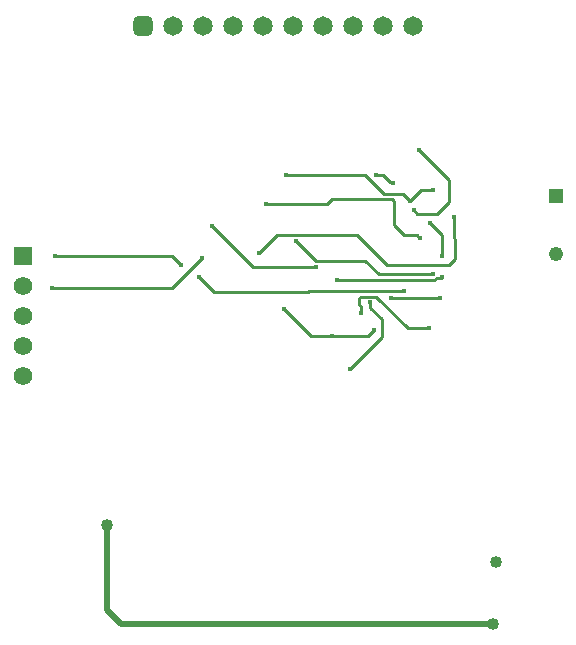
<source format=gbr>
G04*
G04 #@! TF.GenerationSoftware,Altium Limited,Altium Designer,24.0.1 (36)*
G04*
G04 Layer_Physical_Order=2*
G04 Layer_Color=16711680*
%FSLAX25Y25*%
%MOIN*%
G70*
G04*
G04 #@! TF.SameCoordinates,852D5C1C-0582-447D-AFC5-A22B4F0E1159*
G04*
G04*
G04 #@! TF.FilePolarity,Positive*
G04*
G01*
G75*
%ADD15C,0.01000*%
%ADD49C,0.04800*%
%ADD50R,0.04800X0.04800*%
%ADD51C,0.06181*%
%ADD52R,0.06181X0.06181*%
%ADD55C,0.01968*%
%ADD56C,0.06496*%
G04:AMPARAMS|DCode=57|XSize=64.96mil|YSize=64.96mil|CornerRadius=16.24mil|HoleSize=0mil|Usage=FLASHONLY|Rotation=180.000|XOffset=0mil|YOffset=0mil|HoleType=Round|Shape=RoundedRectangle|*
%AMROUNDEDRECTD57*
21,1,0.06496,0.03248,0,0,180.0*
21,1,0.03248,0.06496,0,0,180.0*
1,1,0.03248,-0.01624,0.01624*
1,1,0.03248,0.01624,0.01624*
1,1,0.03248,0.01624,-0.01624*
1,1,0.03248,-0.01624,-0.01624*
%
%ADD57ROUNDEDRECTD57*%
%ADD58C,0.01772*%
%ADD59C,0.04000*%
D15*
X173019Y197852D02*
X174352D01*
X139584Y196916D02*
X172083D01*
X174352Y197852D02*
X174500Y198000D01*
X172083Y196916D02*
X173019Y197852D01*
X131000Y178500D02*
X138000D01*
X122000Y187500D02*
X131000Y178500D01*
X147148Y190914D02*
X147733Y191500D01*
X147148Y188829D02*
Y190914D01*
X147500Y186000D02*
Y188477D01*
X150677Y189614D02*
X150825Y189467D01*
Y187666D02*
X154500Y183991D01*
X147733Y191500D02*
X152722D01*
X147148Y188829D02*
X147500Y188477D01*
X150825Y187666D02*
Y189467D01*
X150000Y178500D02*
X152000Y180500D01*
X138000Y178500D02*
X150000D01*
X144000Y167500D02*
X154500Y178000D01*
Y183991D01*
X163222Y181000D02*
X170386D01*
X153603Y199000D02*
X171500D01*
X149103Y203500D02*
X153603Y199000D01*
X129896Y193000D02*
X130396Y193500D01*
X98500Y193000D02*
X129896D01*
X130396Y193500D02*
X162000D01*
X152722Y191500D02*
X163222Y181000D01*
X157500Y191114D02*
X157557Y191057D01*
X93500Y198000D02*
X98500Y193000D01*
X157557Y191057D02*
X173762D01*
X173852Y191148D01*
X158352Y229648D02*
X158487Y229513D01*
X157352Y229648D02*
X158352D01*
X155000Y232000D02*
X157352Y229648D01*
X170500Y216000D02*
X174500Y212000D01*
Y205000D02*
Y212000D01*
X178500Y211189D02*
X179000Y210688D01*
Y204086D02*
Y210688D01*
X178500Y211189D02*
Y218000D01*
X164000Y223500D02*
X167500Y227000D01*
X171500D01*
X163857Y223500D02*
X164000D01*
X152500Y232000D02*
X155000D01*
X167000Y240500D02*
X177086Y230414D01*
X161657Y225700D02*
X163857Y223500D01*
X155350Y225700D02*
X161657D01*
X177086Y223136D02*
Y230414D01*
X116000Y222500D02*
X136422D01*
X137922Y224000D01*
X158134D01*
X176914Y202000D02*
X179000Y204086D01*
X156346Y202000D02*
X176914D01*
X146260Y212086D02*
X156346Y202000D01*
X132500Y203500D02*
X149103D01*
X158720Y215280D02*
Y223414D01*
Y215280D02*
X162086Y211914D01*
X166215D01*
X167028Y211102D02*
X167187D01*
X166215Y211914D02*
X167028Y211102D01*
X158134Y224000D02*
X158720Y223414D01*
X165225Y220225D02*
X166450Y219000D01*
X172950D01*
X177086Y223136D01*
X98000Y215000D02*
X111586Y201414D01*
X126000Y210000D02*
X132500Y203500D01*
X111586Y201414D02*
X132500D01*
X113500Y206000D02*
X119586Y212086D01*
X146260D01*
X84500Y205000D02*
X87500Y202000D01*
X45500Y205000D02*
X84500D01*
Y194500D02*
X94500Y204500D01*
X44500Y194500D02*
X84500D01*
X149550Y231500D02*
X155350Y225700D01*
X149000Y232000D02*
X149500Y231500D01*
X122500Y232000D02*
X149000D01*
X149500Y231500D02*
X149550D01*
D49*
X212500Y205787D02*
D03*
D50*
Y225000D02*
D03*
D51*
X35000Y165000D02*
D03*
Y175000D02*
D03*
Y185000D02*
D03*
Y195000D02*
D03*
D52*
Y205000D02*
D03*
D55*
X67500Y82500D02*
X191500D01*
X63000Y87000D02*
Y115500D01*
Y87000D02*
X67500Y82500D01*
D56*
X125000Y281594D02*
D03*
X115000D02*
D03*
X105000D02*
D03*
X85000D02*
D03*
X95000D02*
D03*
X135000D02*
D03*
X145000D02*
D03*
X155000D02*
D03*
X165000D02*
D03*
D57*
X75000D02*
D03*
D58*
X139584Y196916D02*
D03*
X122000Y187500D02*
D03*
X150677Y189614D02*
D03*
X147500Y186000D02*
D03*
X152000Y180500D02*
D03*
X138000Y178500D02*
D03*
X170386Y181000D02*
D03*
X171500Y199000D02*
D03*
X174500Y198000D02*
D03*
X162000Y193500D02*
D03*
X157500Y191114D02*
D03*
X158487Y229513D02*
D03*
X170500Y216000D02*
D03*
X178500Y218000D02*
D03*
X171500Y227000D02*
D03*
X152500Y232000D02*
D03*
X167000Y240500D02*
D03*
X164000Y223500D02*
D03*
X116000Y222500D02*
D03*
X174500Y205000D02*
D03*
X167187Y211102D02*
D03*
X165225Y220225D02*
D03*
X132500Y201414D02*
D03*
X87500Y202000D02*
D03*
X93500Y198000D02*
D03*
X94500Y204500D02*
D03*
X44500Y194500D02*
D03*
X45500Y205000D02*
D03*
X113500Y206000D02*
D03*
X144000Y167500D02*
D03*
X126000Y210000D02*
D03*
X122500Y232000D02*
D03*
X98000Y215000D02*
D03*
X174000Y191000D02*
D03*
D59*
X191500Y82500D02*
D03*
X192500Y103184D02*
D03*
X63000Y115500D02*
D03*
M02*

</source>
